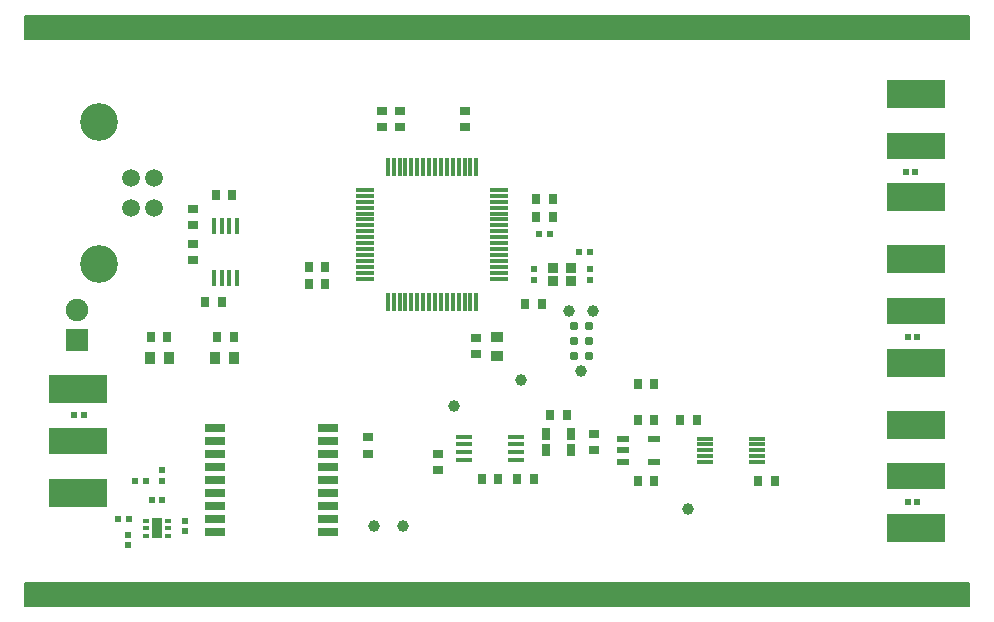
<source format=gts>
G04 #@! TF.GenerationSoftware,KiCad,Pcbnew,5.0.0-rc2-unknown-68f6e3a~65~ubuntu16.04.1*
G04 #@! TF.CreationDate,2018-06-12T13:32:27+01:00*
G04 #@! TF.ProjectId,gpsdo,677073646F2E6B696361645F70636200,rev?*
G04 #@! TF.SameCoordinates,Original*
G04 #@! TF.FileFunction,Soldermask,Top*
G04 #@! TF.FilePolarity,Negative*
%FSLAX46Y46*%
G04 Gerber Fmt 4.6, Leading zero omitted, Abs format (unit mm)*
G04 Created by KiCad (PCBNEW 5.0.0-rc2-unknown-68f6e3a~65~ubuntu16.04.1) date Tue Jun 12 13:32:27 2018*
%MOMM*%
%LPD*%
G01*
G04 APERTURE LIST*
%ADD10C,0.150000*%
%ADD11R,1.500000X0.300000*%
%ADD12R,0.300000X1.500000*%
%ADD13R,0.900000X0.750000*%
%ADD14R,0.620000X0.620000*%
%ADD15R,0.750000X0.900000*%
%ADD16R,1.000000X0.950000*%
%ADD17R,0.520000X0.520000*%
%ADD18R,0.950000X1.000000*%
%ADD19R,1.450000X0.450000*%
%ADD20R,1.100000X0.600000*%
%ADD21R,1.450000X0.300000*%
%ADD22R,1.800000X0.700000*%
%ADD23R,0.450000X1.450000*%
%ADD24R,0.470000X0.400000*%
%ADD25R,0.952000X1.702000*%
%ADD26C,0.787000*%
%ADD27C,1.000000*%
%ADD28R,5.000000X2.400000*%
%ADD29R,5.000000X2.300000*%
%ADD30C,1.500000*%
%ADD31C,3.200000*%
%ADD32R,0.950000X0.850000*%
%ADD33R,0.800000X1.000000*%
%ADD34R,1.900000X1.900000*%
%ADD35C,1.900000*%
G04 APERTURE END LIST*
D10*
G36*
X180000000Y-100000000D02*
X180000000Y-102000000D01*
X100000000Y-102000000D01*
X100000000Y-100000000D01*
X180000000Y-100000000D01*
G37*
X180000000Y-100000000D02*
X180000000Y-102000000D01*
X100000000Y-102000000D01*
X100000000Y-100000000D01*
X180000000Y-100000000D01*
G36*
X180000000Y-150000000D02*
X180000000Y-148000000D01*
X100000000Y-148000000D01*
X100000000Y-150000000D01*
X180000000Y-150000000D01*
G37*
X180000000Y-150000000D02*
X180000000Y-148000000D01*
X100000000Y-148000000D01*
X100000000Y-150000000D01*
X180000000Y-150000000D01*
D11*
G04 #@! TO.C,IC2*
X140200000Y-122250000D03*
X140200000Y-121750000D03*
X140200000Y-121250000D03*
X140200000Y-120750000D03*
X140200000Y-120250000D03*
X140200000Y-119750000D03*
X140200000Y-119250000D03*
X140200000Y-118750000D03*
X140200000Y-118250000D03*
X140200000Y-117750000D03*
X140200000Y-117250000D03*
X140200000Y-116750000D03*
X140200000Y-116250000D03*
X140200000Y-115750000D03*
X140200000Y-115250000D03*
X140200000Y-114750000D03*
D12*
X138250000Y-112800000D03*
X137750000Y-112800000D03*
X137250000Y-112800000D03*
X136750000Y-112800000D03*
X136250000Y-112800000D03*
X135750000Y-112800000D03*
X135250000Y-112800000D03*
X134750000Y-112800000D03*
X134250000Y-112800000D03*
X133750000Y-112800000D03*
X133250000Y-112800000D03*
X132750000Y-112800000D03*
X132250000Y-112800000D03*
X131750000Y-112800000D03*
X131250000Y-112800000D03*
X130750000Y-112800000D03*
D11*
X128800000Y-114750000D03*
X128800000Y-115250000D03*
X128800000Y-115750000D03*
X128800000Y-116250000D03*
X128800000Y-116750000D03*
X128800000Y-117250000D03*
X128800000Y-117750000D03*
X128800000Y-118250000D03*
X128800000Y-118750000D03*
X128800000Y-119250000D03*
X128800000Y-119750000D03*
X128800000Y-120250000D03*
X128800000Y-120750000D03*
X128800000Y-121250000D03*
X128800000Y-121750000D03*
X128800000Y-122250000D03*
D12*
X130750000Y-124200000D03*
X131250000Y-124200000D03*
X131750000Y-124200000D03*
X132250000Y-124200000D03*
X132750000Y-124200000D03*
X133250000Y-124200000D03*
X133750000Y-124200000D03*
X134250000Y-124200000D03*
X134750000Y-124200000D03*
X135250000Y-124200000D03*
X135750000Y-124200000D03*
X136250000Y-124200000D03*
X136750000Y-124200000D03*
X137250000Y-124200000D03*
X137750000Y-124200000D03*
X138250000Y-124200000D03*
G04 #@! TD*
D13*
G04 #@! TO.C,C1*
X135000000Y-137100000D03*
X135000000Y-138500000D03*
G04 #@! TD*
D14*
G04 #@! TO.C,C2*
X144450000Y-118500000D03*
X143550000Y-118500000D03*
G04 #@! TD*
G04 #@! TO.C,C3*
X143100000Y-122350000D03*
X143100000Y-121450000D03*
G04 #@! TD*
D13*
G04 #@! TO.C,C4*
X138250000Y-127250000D03*
X138250000Y-128650000D03*
G04 #@! TD*
D14*
G04 #@! TO.C,C5*
X147900000Y-121450000D03*
X147900000Y-122350000D03*
G04 #@! TD*
D15*
G04 #@! TO.C,C6*
X143800000Y-124400000D03*
X142400000Y-124400000D03*
G04 #@! TD*
D13*
G04 #@! TO.C,C7*
X131750000Y-109450000D03*
X131750000Y-108050000D03*
G04 #@! TD*
D15*
G04 #@! TO.C,C8*
X125450000Y-121250000D03*
X124050000Y-121250000D03*
G04 #@! TD*
G04 #@! TO.C,C9*
X143300000Y-117000000D03*
X144700000Y-117000000D03*
G04 #@! TD*
G04 #@! TO.C,C10*
X138700000Y-139200000D03*
X140100000Y-139200000D03*
G04 #@! TD*
D13*
G04 #@! TO.C,C11*
X137250000Y-109450000D03*
X137250000Y-108050000D03*
G04 #@! TD*
D15*
G04 #@! TO.C,C12*
X141700000Y-139200000D03*
X143100000Y-139200000D03*
G04 #@! TD*
D13*
G04 #@! TO.C,C13*
X130250000Y-108050000D03*
X130250000Y-109450000D03*
G04 #@! TD*
D15*
G04 #@! TO.C,C14*
X144500000Y-133800000D03*
X145900000Y-133800000D03*
G04 #@! TD*
G04 #@! TO.C,C15*
X124050000Y-122750000D03*
X125450000Y-122750000D03*
G04 #@! TD*
D16*
G04 #@! TO.C,C16*
X140000000Y-128800000D03*
X140000000Y-127200000D03*
G04 #@! TD*
D15*
G04 #@! TO.C,C17*
X144700000Y-115500000D03*
X143300000Y-115500000D03*
G04 #@! TD*
G04 #@! TO.C,C18*
X153300000Y-134200000D03*
X151900000Y-134200000D03*
G04 #@! TD*
D13*
G04 #@! TO.C,C19*
X148200000Y-136800000D03*
X148200000Y-135400000D03*
G04 #@! TD*
D15*
G04 #@! TO.C,C20*
X162100000Y-139400000D03*
X163500000Y-139400000D03*
G04 #@! TD*
D13*
G04 #@! TO.C,C21*
X129100000Y-135700000D03*
X129100000Y-137100000D03*
G04 #@! TD*
D14*
G04 #@! TO.C,C22*
X113600000Y-143650000D03*
X113600000Y-142750000D03*
G04 #@! TD*
D13*
G04 #@! TO.C,C23*
X114300000Y-117750000D03*
X114300000Y-116350000D03*
G04 #@! TD*
G04 #@! TO.C,C24*
X114300000Y-119300000D03*
X114300000Y-120700000D03*
G04 #@! TD*
D15*
G04 #@! TO.C,C25*
X116700000Y-124200000D03*
X115300000Y-124200000D03*
G04 #@! TD*
D14*
G04 #@! TO.C,C26*
X108850000Y-142600000D03*
X107950000Y-142600000D03*
G04 #@! TD*
G04 #@! TO.C,C27*
X109350000Y-139400000D03*
X110250000Y-139400000D03*
G04 #@! TD*
D17*
G04 #@! TO.C,D1*
X174800000Y-141200000D03*
X175600000Y-141200000D03*
G04 #@! TD*
G04 #@! TO.C,D2*
X175600000Y-127200000D03*
X174800000Y-127200000D03*
G04 #@! TD*
G04 #@! TO.C,D3*
X175400000Y-113200000D03*
X174600000Y-113200000D03*
G04 #@! TD*
G04 #@! TO.C,D4*
X104200000Y-133800000D03*
X105000000Y-133800000D03*
G04 #@! TD*
D18*
G04 #@! TO.C,D5*
X110600000Y-129000000D03*
X112200000Y-129000000D03*
G04 #@! TD*
G04 #@! TO.C,D6*
X117742500Y-128992143D03*
X116142500Y-128992143D03*
G04 #@! TD*
D19*
G04 #@! TO.C,IC1*
X137200000Y-137575000D03*
X137200000Y-136925000D03*
X137200000Y-136275000D03*
X137200000Y-135625000D03*
X141600000Y-135625000D03*
X141600000Y-136275000D03*
X141600000Y-136925000D03*
X141600000Y-137575000D03*
G04 #@! TD*
D20*
G04 #@! TO.C,IC3*
X150700000Y-135850000D03*
X150700000Y-136800000D03*
X150700000Y-137750000D03*
X153300000Y-137750000D03*
X153300000Y-135850000D03*
G04 #@! TD*
D21*
G04 #@! TO.C,IC4*
X162000000Y-137800000D03*
X162000000Y-137300000D03*
X162000000Y-136800000D03*
X162000000Y-136300000D03*
X162000000Y-135800000D03*
X157600000Y-135800000D03*
X157600000Y-136300000D03*
X157600000Y-136800000D03*
X157600000Y-137300000D03*
X157600000Y-137800000D03*
G04 #@! TD*
D22*
G04 #@! TO.C,IC5*
X125650000Y-143700000D03*
X125650000Y-142600000D03*
X125650000Y-141500000D03*
X125650000Y-140400000D03*
X125650000Y-139300000D03*
X125650000Y-138200000D03*
X125650000Y-137100000D03*
X125650000Y-136000000D03*
X125650000Y-134900000D03*
X116150000Y-134900000D03*
X116150000Y-136000000D03*
X116150000Y-137100000D03*
X116150000Y-138200000D03*
X116150000Y-139300000D03*
X116150000Y-140400000D03*
X116150000Y-141500000D03*
X116150000Y-142600000D03*
X116150000Y-143700000D03*
G04 #@! TD*
D23*
G04 #@! TO.C,IC6*
X116025000Y-122200000D03*
X116675000Y-122200000D03*
X117325000Y-122200000D03*
X117975000Y-122200000D03*
X117975000Y-117800000D03*
X117325000Y-117800000D03*
X116675000Y-117800000D03*
X116025000Y-117800000D03*
G04 #@! TD*
D24*
G04 #@! TO.C,IC7*
X110285000Y-142750000D03*
X110285000Y-143400000D03*
X110285000Y-144050000D03*
X112115000Y-144050000D03*
X112115000Y-143400000D03*
X112115000Y-142750000D03*
D25*
X111200000Y-143400000D03*
G04 #@! TD*
D26*
G04 #@! TO.C,P1*
X147770000Y-128770000D03*
X146500000Y-128770000D03*
X147770000Y-127500000D03*
X146500000Y-127500000D03*
X147770000Y-126230000D03*
X146500000Y-126230000D03*
D27*
X147135000Y-130040000D03*
X148151000Y-124960000D03*
X146119000Y-124960000D03*
G04 #@! TD*
D28*
G04 #@! TO.C,P2*
X175500000Y-143375000D03*
X175500000Y-134625000D03*
D29*
X175500000Y-139000000D03*
G04 #@! TD*
G04 #@! TO.C,P3*
X175500000Y-125000000D03*
D28*
X175500000Y-120625000D03*
X175500000Y-129375000D03*
G04 #@! TD*
G04 #@! TO.C,P4*
X175500000Y-115375000D03*
X175500000Y-106625000D03*
D29*
X175500000Y-111000000D03*
G04 #@! TD*
G04 #@! TO.C,P5*
X104500000Y-136000000D03*
D28*
X104500000Y-140375000D03*
X104500000Y-131625000D03*
G04 #@! TD*
D30*
G04 #@! TO.C,P6*
X111000000Y-116250000D03*
X111000000Y-113750000D03*
X109000000Y-113750000D03*
X109000000Y-116250000D03*
D31*
X106290000Y-121020000D03*
X106290000Y-108980000D03*
G04 #@! TD*
D14*
G04 #@! TO.C,R1*
X147850000Y-120000000D03*
X146950000Y-120000000D03*
G04 #@! TD*
D15*
G04 #@! TO.C,R2*
X151900000Y-131200000D03*
X153300000Y-131200000D03*
G04 #@! TD*
G04 #@! TO.C,R3*
X153300000Y-139400000D03*
X151900000Y-139400000D03*
G04 #@! TD*
G04 #@! TO.C,R4*
X155500000Y-134200000D03*
X156900000Y-134200000D03*
G04 #@! TD*
D14*
G04 #@! TO.C,R5*
X108800000Y-143950000D03*
X108800000Y-144850000D03*
G04 #@! TD*
D15*
G04 #@! TO.C,R7*
X112100000Y-127200000D03*
X110700000Y-127200000D03*
G04 #@! TD*
G04 #@! TO.C,R8*
X116300000Y-127200000D03*
X117700000Y-127200000D03*
G04 #@! TD*
G04 #@! TO.C,R9*
X117600000Y-115200000D03*
X116200000Y-115200000D03*
G04 #@! TD*
D27*
G04 #@! TO.C,TP1*
X142000000Y-130800000D03*
G04 #@! TD*
G04 #@! TO.C,TP2*
X136400000Y-133000000D03*
G04 #@! TD*
G04 #@! TO.C,TP3*
X132000000Y-143200000D03*
G04 #@! TD*
G04 #@! TO.C,TP4*
X129600000Y-143200000D03*
G04 #@! TD*
D32*
G04 #@! TO.C,Y1*
X144775000Y-122475000D03*
X146225000Y-122475000D03*
X146225000Y-121325000D03*
X144775000Y-121325000D03*
G04 #@! TD*
D33*
G04 #@! TO.C,Y2*
X144150000Y-136800000D03*
X146250000Y-136800000D03*
X146250000Y-135400000D03*
X144150000Y-135400000D03*
G04 #@! TD*
D27*
G04 #@! TO.C,TP5*
X156200000Y-141800000D03*
G04 #@! TD*
D14*
G04 #@! TO.C,R6*
X111650000Y-141000000D03*
X110750000Y-141000000D03*
G04 #@! TD*
G04 #@! TO.C,L1*
X111650000Y-139400000D03*
X111650000Y-138500000D03*
G04 #@! TD*
D34*
G04 #@! TO.C,J1*
X104400000Y-127470000D03*
D35*
X104400000Y-124930000D03*
G04 #@! TD*
M02*

</source>
